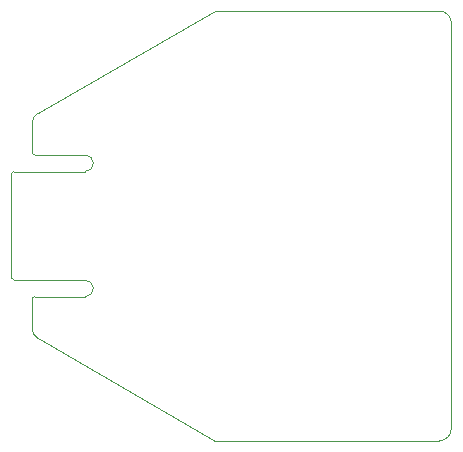
<source format=gko>
%TF.GenerationSoftware,KiCad,Pcbnew,8.0.1*%
%TF.CreationDate,2024-08-04T19:12:34+01:00*%
%TF.ProjectId,hexpansion,68657870-616e-4736-996f-6e2e6b696361,rev?*%
%TF.SameCoordinates,Original*%
%TF.FileFunction,Profile,NP*%
%FSLAX46Y46*%
G04 Gerber Fmt 4.6, Leading zero omitted, Abs format (unit mm)*
G04 Created by KiCad (PCBNEW 8.0.1) date 2024-08-04 19:12:34*
%MOMM*%
%LPD*%
G01*
G04 APERTURE LIST*
%TA.AperFunction,Profile*%
%ADD10C,0.050000*%
%TD*%
%TA.AperFunction,Profile*%
%ADD11C,0.100000*%
%TD*%
G04 APERTURE END LIST*
D10*
X100500000Y-90473725D02*
X115499995Y-81813472D01*
D11*
X100250000Y-94000000D02*
G75*
G02*
X100000000Y-93750000I0J250000D01*
G01*
D10*
X100500000Y-109526269D02*
X115499995Y-118186522D01*
X100000000Y-93750000D02*
X100000000Y-91339750D01*
D11*
X135500000Y-117186522D02*
G75*
G02*
X134500000Y-118186500I-1000000J22D01*
G01*
D10*
X100000000Y-91339750D02*
G75*
G02*
X100500021Y-90473762I1000000J-50D01*
G01*
X100000000Y-106250000D02*
X100000000Y-108660243D01*
D11*
X134500000Y-118186522D02*
X115499995Y-118186522D01*
X135500000Y-82813472D02*
X135500000Y-117186522D01*
X100000000Y-106250000D02*
G75*
G02*
X100250000Y-106000000I250000J0D01*
G01*
D10*
X100500000Y-109526268D02*
G75*
G02*
X99999963Y-108660243I500000J866068D01*
G01*
D11*
X115499995Y-81813472D02*
X134500000Y-81813472D01*
X134500000Y-81813472D02*
G75*
G02*
X135500028Y-82813472I0J-1000028D01*
G01*
D10*
%TO.C,J1*%
X98250000Y-104400000D02*
X98250000Y-95600000D01*
X104500000Y-94000000D02*
X100250000Y-94000000D01*
X104500000Y-95400000D02*
X98450000Y-95400000D01*
X104500000Y-104600000D02*
X98450000Y-104600000D01*
X104500000Y-106000000D02*
X100250000Y-106000000D01*
X98250000Y-95600000D02*
G75*
G02*
X98450000Y-95400000I200000J0D01*
G01*
X98450000Y-104600000D02*
G75*
G02*
X98250000Y-104400000I0J200000D01*
G01*
X104500000Y-94000000D02*
G75*
G02*
X105200000Y-94700000I0J-700000D01*
G01*
X104500000Y-104600000D02*
G75*
G02*
X105200000Y-105300000I0J-700000D01*
G01*
X105200000Y-94700000D02*
G75*
G02*
X104500000Y-95400000I-700000J0D01*
G01*
X105200000Y-105300000D02*
G75*
G02*
X104500000Y-106000000I-700000J0D01*
G01*
%TD*%
M02*

</source>
